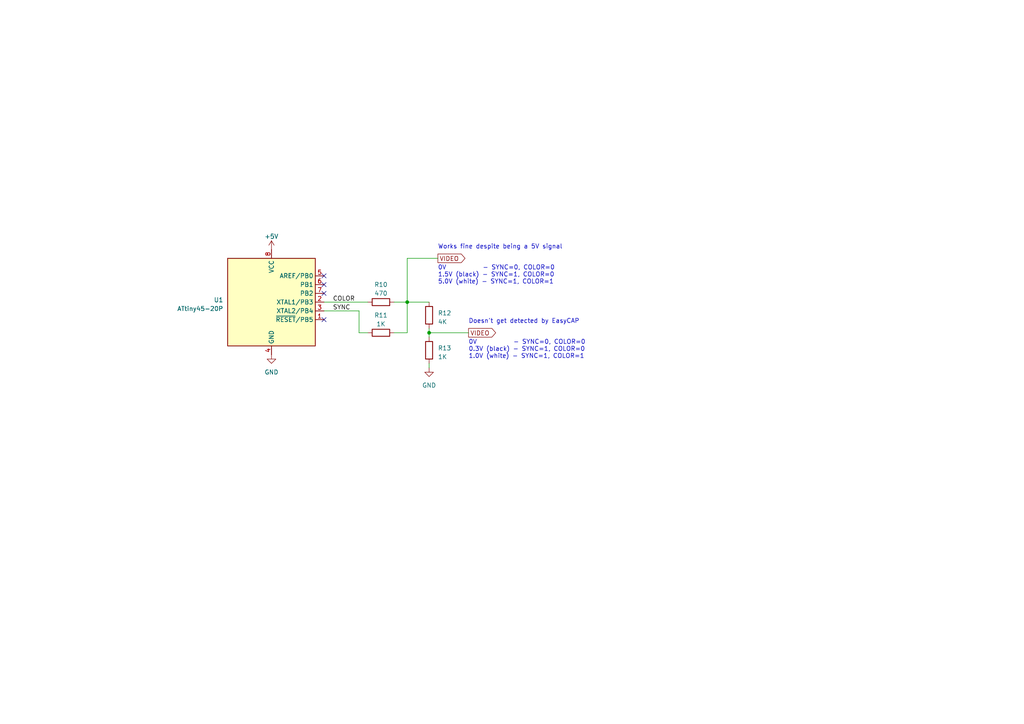
<source format=kicad_sch>
(kicad_sch (version 20230121) (generator eeschema)
  (paper "A4")
  (lib_symbols
    (symbol "Device:R" (pin_numbers hide) (pin_names (offset 0))
      (property "Reference" "R" (at 2.032 0 90))
      (property "Value" "R" (at 0 0 90))
      (symbol "R_0_1"
        (rectangle (start -1.016 -2.54) (end 1.016 2.54) (stroke (width 0.254)))
      )
      (symbol "R_1_1"
        (pin passive line (at 0 3.81 270) (length 1.27) (name "~") (number "1"))
        (pin passive line (at 0 -3.81 90) (length 1.27) (name "~") (number "2"))
      )
    )
    (symbol "MCU_Microchip_ATtiny:ATtiny45-20P"
      (property "Reference" "U" (at -12.7 13.97 0))
      (property "Value" "ATtiny45-20P" (at 2.54 -13.97 0))
      (symbol "ATtiny45-20P_0_1"
        (rectangle (start -12.7 -12.7) (end 12.7 12.7) (stroke (width 0.254)) (fill (type background)))
      )
      (symbol "ATtiny45-20P_1_1"
        (pin bidirectional line (at 15.24 -5.08 180) (length 2.54) (name "~{RESET}/PB5") (number "1"))
        (pin bidirectional line (at 15.24 0 180) (length 2.54) (name "XTAL1/PB3") (number "2"))
        (pin bidirectional line (at 15.24 -2.54 180) (length 2.54) (name "XTAL2/PB4") (number "3"))
        (pin power_in line (at 0 -15.24 90) (length 2.54) (name "GND") (number "4"))
        (pin bidirectional line (at 15.24 7.62 180) (length 2.54) (name "AREF/PB0") (number "5"))
        (pin bidirectional line (at 15.24 5.08 180) (length 2.54) (name "PB1") (number "6"))
        (pin bidirectional line (at 15.24 2.54 180) (length 2.54) (name "PB2") (number "7"))
        (pin power_in line (at 0 15.24 270) (length 2.54) (name "VCC") (number "8"))
      )
    )
    (symbol "power:+5V" (power) (pin_names (offset 0))
      (property "Value" "+5V" (at 0 3.556 0))
      (symbol "+5V_0_1"
        (polyline (pts (xy -0.762 1.27) (xy 0 2.54)))
        (polyline (pts (xy 0 0) (xy 0 2.54)))
        (polyline (pts (xy 0 2.54) (xy 0.762 1.27)))
      )
      (symbol "+5V_1_1"
        (pin power_in line (at 0 0 90) (length 0) hide (name "+5V") (number "1"))
      )
    )
    (symbol "power:GND" (power) (pin_names (offset 0))
      (property "Value" "GND" (at 0 -3.81 0))
      (symbol "GND_0_1"
        (polyline (pts (xy 0 0) (xy 0 -1.27) (xy 1.27 -1.27) (xy 0 -2.54) (xy -1.27 -1.27) (xy 0 -1.27)))
      )
      (symbol "GND_1_1"
        (pin power_in line (at 0 0 270) (length 0) hide (name "GND") (number "1"))
      )
    )
  )
  (junction (at 118.11 87.63))
  (junction (at 124.46 96.52))
  (no_connect (at 93.98 85.09))
  (no_connect (at 93.98 80.01))
  (no_connect (at 93.98 82.55))
  (no_connect (at 93.98 92.71))
  (wire (pts (xy 124.46 95.25) (xy 124.46 96.52)))
  (wire (pts (xy 114.3 96.52) (xy 118.11 96.52)))
  (wire (pts (xy 127 74.93) (xy 118.11 74.93)))
  (wire (pts (xy 118.11 87.63) (xy 124.46 87.63)))
  (wire (pts (xy 114.3 87.63) (xy 118.11 87.63)))
  (wire (pts (xy 124.46 96.52) (xy 124.46 97.79)))
  (wire (pts (xy 118.11 74.93) (xy 118.11 87.63)))
  (wire (pts (xy 93.98 90.17) (xy 104.14 90.17)))
  (wire (pts (xy 124.46 96.52) (xy 135.89 96.52)))
  (wire (pts (xy 118.11 87.63) (xy 118.11 96.52)))
  (wire (pts (xy 104.14 96.52) (xy 104.14 90.17)))
  (wire (pts (xy 93.98 87.63) (xy 106.68 87.63)))
  (wire (pts (xy 104.14 96.52) (xy 106.68 96.52)))
  (wire (pts (xy 124.46 105.41) (xy 124.46 106.68)))
  (text "0V           - SYNC=0, COLOR=0\n0.3V (black) - SYNC=1, COLOR=0\n1.0V (white) - SYNC=1, COLOR=1" (at 135.89 104.14 0) (effects (font (size 1.27 1.27)) (justify left bottom)))
  (text "0V           - SYNC=0, COLOR=0\n1.5V (black) - SYNC=1, COLOR=0\n5.0V (white) - SYNC=1, COLOR=1" (at 127 82.55 0) (effects (font (size 1.27 1.27)) (justify left bottom)))
  (text "Works fine despite being a 5V signal" (at 127 72.39 0) (effects (font (size 1.27 1.27)) (justify left bottom)))
  (text "Doesn't get detected by EasyCAP" (at 135.89 93.98 0) (effects (font (size 1.27 1.27)) (justify left bottom)))
  (label "COLOR" (at 96.52 87.63 0))
  (label "SYNC" (at 96.52 90.17 0))
  (global_label "VIDEO" (shape output) (at 127 74.93 0) (property "Intersheetrefs" "${INTERSHEET_REFS}" (effects hide)))
  (global_label "VIDEO" (shape output) (at 135.89 96.52 0) (property "Intersheetrefs" "${INTERSHEET_REFS}" (effects hide)))
  (symbol (lib_id "power:GND") (at 124.46 106.68 0) (unit 1)
    (property "Reference" "#PWR047" (effects hide))
    (property "Value" "GND" (at 124.46 111.76 0))
  )
  (symbol (lib_id "Device:R") (at 110.49 87.63 90) (unit 1)
    (property "Reference" "R10" (at 110.49 82.55 90))
    (property "Value" "470" (at 110.49 85.09 90))
  )
  (symbol (lib_id "Device:R") (at 124.46 91.44 180) (unit 1)
    (property "Reference" "R12" (at 127 90.805 0) (effects (justify right)))
    (property "Value" "4K" (at 127 93.345 0) (effects (justify right)))
  )
  (symbol (lib_id "Device:R") (at 124.46 101.6 180) (unit 1)
    (property "Reference" "R13" (at 127 100.965 0) (effects (justify right)))
    (property "Value" "1K" (at 127 103.505 0) (effects (justify right)))
  )
  (symbol (lib_id "power:GND") (at 78.74 102.87 0) (unit 1)
    (property "Reference" "#PWR048" (effects hide))
    (property "Value" "GND" (at 78.74 107.95 0))
  )
  (symbol (lib_id "MCU_Microchip_ATtiny:ATtiny45-20P") (at 78.74 87.63 0) (unit 1)
    (property "Reference" "U1" (at 64.77 86.995 0) (effects (justify right)))
    (property "Value" "ATtiny45-20P" (at 64.77 89.535 0) (effects (justify right)))
    (property "Footprint" "Package_DIP:DIP-8_W7.62mm" (effects hide))
    (property "Datasheet" "http://ww1.microchip.com/downloads/en/DeviceDoc/atmel-2586-avr-8-bit-microcontroller-attiny25-attiny45-attiny85_datasheet.pdf" (effects hide))
  )
  (symbol (lib_id "power:+5V") (at 78.74 72.39 0) (unit 1)
    (property "Reference" "#PWR049" (effects hide))
    (property "Value" "+5V" (at 78.74 68.58 0))
  )
  (symbol (lib_id "Device:R") (at 110.49 96.52 90) (unit 1)
    (property "Reference" "R11" (at 110.49 91.44 90))
    (property "Value" "1K" (at 110.49 93.98 90))
  )
)
</source>
